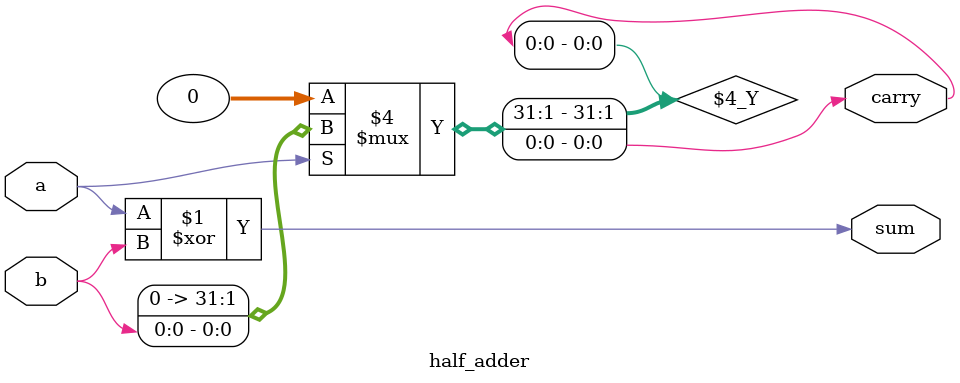
<source format=v>
module half_adder(a,b,sum,carry);
input a,b;
output sum,carry;
assign sum = a^b;
assign carry = (a==1)?b:0;
endmodule
</source>
